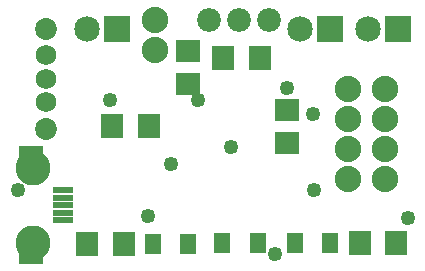
<source format=gbs>
G04 MADE WITH FRITZING*
G04 WWW.FRITZING.ORG*
G04 DOUBLE SIDED*
G04 HOLES PLATED*
G04 CONTOUR ON CENTER OF CONTOUR VECTOR*
%ASAXBY*%
%FSLAX23Y23*%
%MOIN*%
%OFA0B0*%
%SFA1.0B1.0*%
%ADD10C,0.049370*%
%ADD11C,0.079444*%
%ADD12C,0.069055*%
%ADD13C,0.116299*%
%ADD14C,0.072992*%
%ADD15C,0.088000*%
%ADD16C,0.085000*%
%ADD17R,0.080866X0.072992*%
%ADD18R,0.057244X0.065118*%
%ADD19R,0.072992X0.084803*%
%ADD20R,0.065118X0.023779*%
%ADD21R,0.084803X0.080866*%
%ADD22R,0.085000X0.085000*%
%LNMASK0*%
G90*
G70*
G54D10*
X1024Y507D03*
G54D11*
X878Y822D03*
X778Y822D03*
X678Y822D03*
X878Y822D03*
X778Y822D03*
X678Y822D03*
G54D10*
X938Y594D03*
X639Y554D03*
G54D12*
X135Y704D03*
X135Y625D03*
X135Y547D03*
G54D10*
X898Y43D03*
X39Y255D03*
G54D13*
X89Y80D03*
G54D14*
X135Y791D03*
X135Y460D03*
G54D13*
X89Y330D03*
G54D10*
X1026Y255D03*
X749Y397D03*
X473Y169D03*
X552Y342D03*
X1339Y161D03*
X347Y554D03*
G54D15*
X497Y722D03*
X497Y822D03*
X1264Y592D03*
X1264Y492D03*
X1264Y392D03*
X1264Y292D03*
X1139Y592D03*
X1139Y492D03*
X1139Y392D03*
X1139Y292D03*
G54D16*
X371Y791D03*
X271Y791D03*
X371Y791D03*
X271Y791D03*
X1080Y791D03*
X980Y791D03*
X1080Y791D03*
X980Y791D03*
X1308Y791D03*
X1208Y791D03*
X1308Y791D03*
X1208Y791D03*
G54D17*
X938Y523D03*
X938Y413D03*
X607Y720D03*
X607Y610D03*
G54D18*
X721Y80D03*
X839Y80D03*
X964Y80D03*
X1082Y80D03*
X489Y74D03*
X607Y74D03*
G54D19*
X476Y467D03*
X354Y467D03*
X1301Y80D03*
X1179Y80D03*
X725Y696D03*
X847Y696D03*
X395Y74D03*
X272Y74D03*
G54D20*
X189Y154D03*
X189Y256D03*
X189Y179D03*
X189Y205D03*
X189Y230D03*
G54D21*
X84Y47D03*
X84Y362D03*
G54D22*
X371Y791D03*
X371Y791D03*
X1080Y791D03*
X1080Y791D03*
X1308Y791D03*
X1308Y791D03*
G04 End of Mask0*
M02*
</source>
